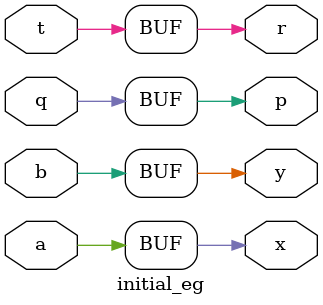
<source format=v>
`timescale 1ns / 1ps
module initial_eg(a,b,q,t,x,y,p,r );
input a,b,q,t;
output x,y,p,r;
reg x,y,p,r;
initial
begin
x=a;
#1000 y=b;
end
initial
begin
p=q;
#1000 r=t;
end
endmodule

</source>
